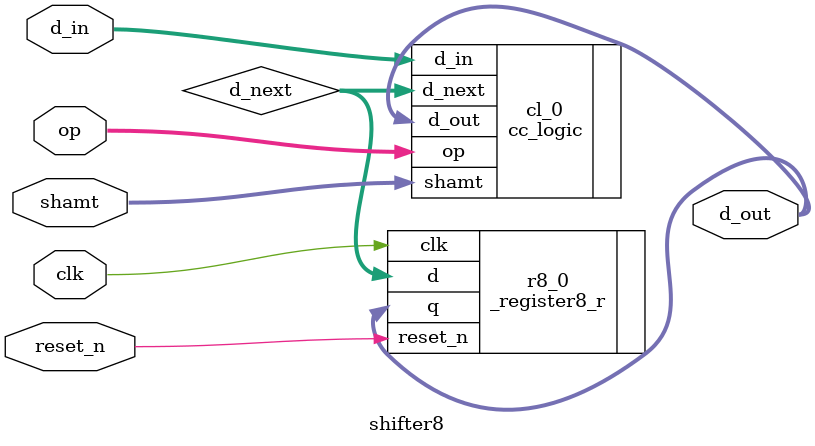
<source format=v>
module shifter8(clk, reset_n, op, shamt, d_in, d_out); //8-bit loadable shifter
  input clk, reset_n;
  input [2:0] op;
  input [1:0] shamt;
  input [7:0] d_in;
  output [7:0] d_out;
  wire [7:0] d_next;
  
  //8-bits register, combinational circuit instance
  cc_logic cl_0(.op(op), .shamt(shamt), .d_in(d_in), .d_out(d_out), .d_next(d_next));
  _register8_r r8_0 (.clk(clk), .reset_n(reset_n), .d(d_next), .q(d_out));
  
endmodule

</source>
